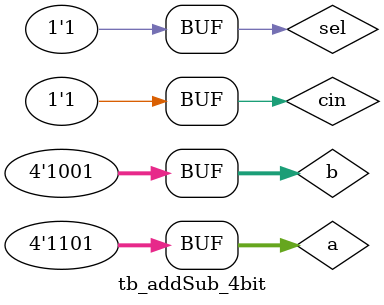
<source format=v>
`include "addSub_4bit.v"
module tb_addSub_4bit();
    
    wire [3:0] sum;
    wire cout;
    reg [3:0] a,b;
    reg cin;
    reg sel;

    addSub_4bit addsub(.sum(sum), .cout(cout), .a(a), .b(b), .cin(cin), .sel(sel));

    initial begin
        $dumpfile("tb_addSub_4bit.vcd");
        $dumpvars;
    end

    initial begin
            a = 4'b0101; b = 4'b1000; cin = 0; sel = 0;
        #5  a = 4'b0101; b = 4'b1000; cin = 0; sel = 1;
        #5  a = 4'b0101; b = 4'b1000; cin = 1; sel = 0;
        #5  a = 4'b0101; b = 4'b1000; cin = 1; sel = 1;
        #5  a = 4'b1101; b = 4'b1001; cin = 0; sel = 0;
        #5  a = 4'b1101; b = 4'b1001; cin = 0; sel = 1;
        #5  a = 4'b1101; b = 4'b1001; cin = 1; sel = 0;
        #5  a = 4'b1101; b = 4'b1001; cin = 1; sel = 1;
    end

endmodule
</source>
